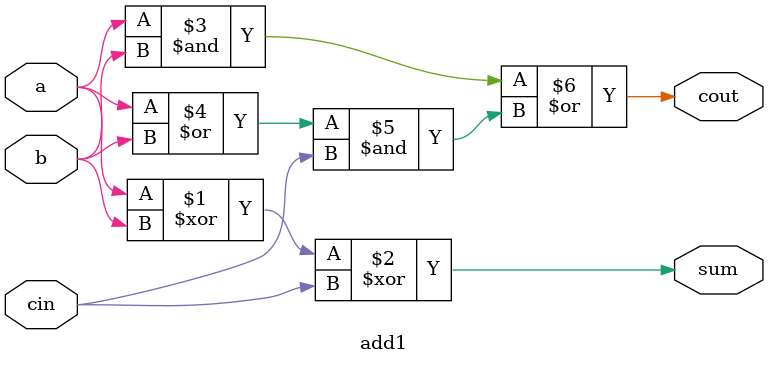
<source format=v>
module top_module (
    input [31:0] a,
    input [31:0] b,
    output [31:0] sum
);//
    wire x = 0,y;
    add16 in1(.a(a[15:0]),.b(b[15:0]),.cin(x),.sum(sum[15:0]),.cout(y));
    add16 in2(.a(a[31:16]),.b(b[31:16]),.cin(y),.sum(sum[31:16]));

endmodule

module add1 ( input a, input b, input cin,   output sum, output cout );

// Full adder module here
	assign sum = a ^ b ^ cin;
    assign cout = a&b | (a | b)&cin; 
endmodule

</source>
